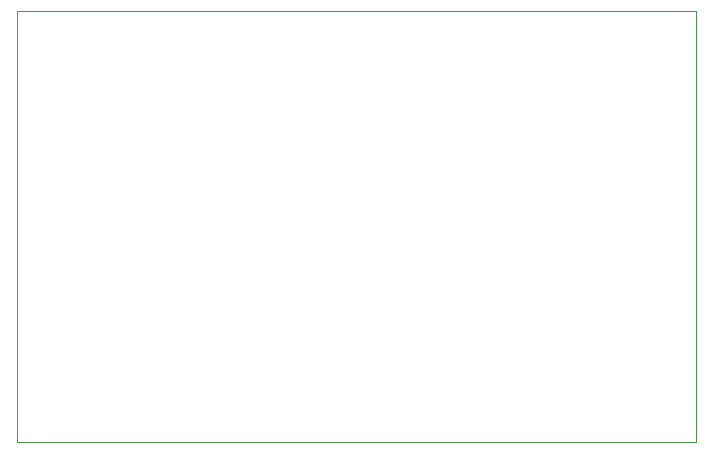
<source format=gbr>
G04 #@! TF.GenerationSoftware,KiCad,Pcbnew,5.1.0-unknown-ef3f773~82~ubuntu18.04.1*
G04 #@! TF.CreationDate,2019-04-15T10:28:09-06:00*
G04 #@! TF.ProjectId,batteryMonitor,62617474-6572-4794-9d6f-6e69746f722e,rev?*
G04 #@! TF.SameCoordinates,Original*
G04 #@! TF.FileFunction,Profile,NP*
%FSLAX46Y46*%
G04 Gerber Fmt 4.6, Leading zero omitted, Abs format (unit mm)*
G04 Created by KiCad (PCBNEW 5.1.0-unknown-ef3f773~82~ubuntu18.04.1) date 2019-04-15 10:28:09*
%MOMM*%
%LPD*%
G04 APERTURE LIST*
%ADD10C,0.050000*%
G04 APERTURE END LIST*
D10*
X90250000Y-58250000D02*
X147750000Y-58250000D01*
X90250000Y-94750000D02*
X90250000Y-58250000D01*
X147750000Y-94750000D02*
X90250000Y-94750000D01*
X147750000Y-58250000D02*
X147750000Y-94750000D01*
M02*

</source>
